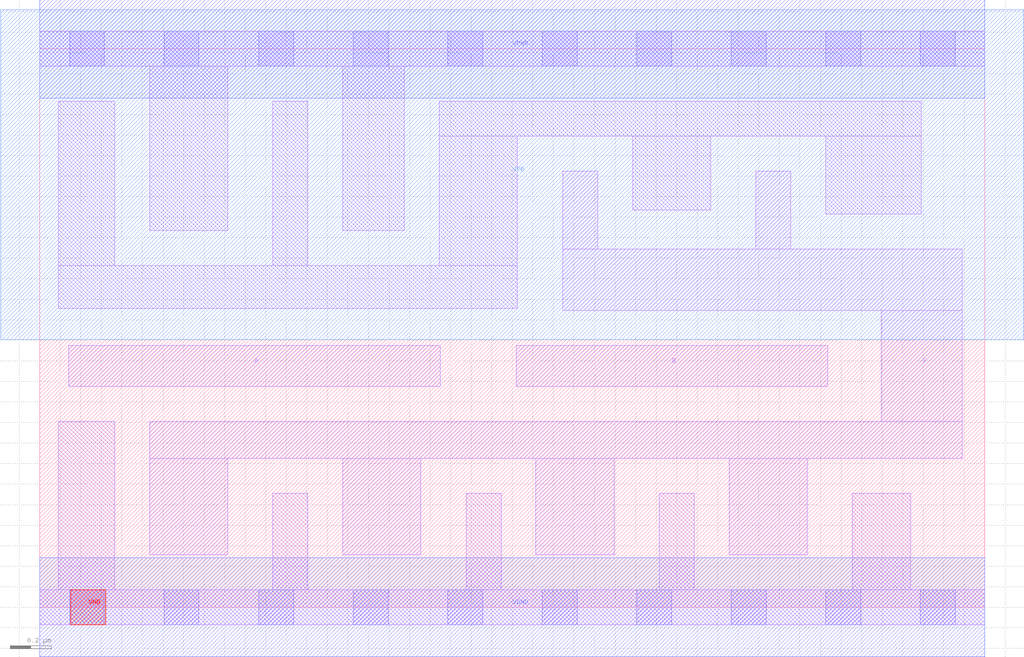
<source format=lef>
# Copyright 2020 The SkyWater PDK Authors
#
# Licensed under the Apache License, Version 2.0 (the "License");
# you may not use this file except in compliance with the License.
# You may obtain a copy of the License at
#
#     https://www.apache.org/licenses/LICENSE-2.0
#
# Unless required by applicable law or agreed to in writing, software
# distributed under the License is distributed on an "AS IS" BASIS,
# WITHOUT WARRANTIES OR CONDITIONS OF ANY KIND, either express or implied.
# See the License for the specific language governing permissions and
# limitations under the License.
#
# SPDX-License-Identifier: Apache-2.0

VERSION 5.7 ;
  NOWIREEXTENSIONATPIN ON ;
  DIVIDERCHAR "/" ;
  BUSBITCHARS "[]" ;
PROPERTYDEFINITIONS
  MACRO maskLayoutSubType STRING ;
  MACRO prCellType STRING ;
  MACRO originalViewName STRING ;
END PROPERTYDEFINITIONS
MACRO sky130_fd_sc_hdll__nor2_4
  CLASS CORE ;
  FOREIGN sky130_fd_sc_hdll__nor2_4 ;
  ORIGIN  0.000000  0.000000 ;
  SIZE  4.600000 BY  2.720000 ;
  SYMMETRY X Y R90 ;
  SITE unithd ;
  PIN A
    ANTENNAGATEAREA  1.110000 ;
    DIRECTION INPUT ;
    USE SIGNAL ;
    PORT
      LAYER li1 ;
        RECT 0.140000 1.075000 1.950000 1.275000 ;
    END
  END A
  PIN B
    ANTENNAGATEAREA  1.110000 ;
    DIRECTION INPUT ;
    USE SIGNAL ;
    PORT
      LAYER li1 ;
        RECT 2.320000 1.075000 3.835000 1.275000 ;
    END
  END B
  PIN VGND
    ANTENNADIFFAREA  0.942500 ;
    DIRECTION INOUT ;
    USE SIGNAL ;
    PORT
      LAYER met1 ;
        RECT 0.000000 -0.240000 4.600000 0.240000 ;
    END
  END VGND
  PIN VNB
    PORT
      LAYER pwell ;
        RECT 0.150000 -0.085000 0.320000 0.085000 ;
    END
  END VNB
  PIN VPB
    PORT
      LAYER nwell ;
        RECT -0.190000 1.305000 4.790000 2.910000 ;
    END
  END VPB
  PIN VPWR
    ANTENNADIFFAREA  0.580000 ;
    DIRECTION INOUT ;
    USE SIGNAL ;
    PORT
      LAYER met1 ;
        RECT 0.000000 2.480000 4.600000 2.960000 ;
    END
  END VPWR
  PIN Y
    ANTENNADIFFAREA  1.477000 ;
    DIRECTION OUTPUT ;
    USE SIGNAL ;
    PORT
      LAYER li1 ;
        RECT 0.535000 0.255000 0.915000 0.725000 ;
        RECT 0.535000 0.725000 4.490000 0.905000 ;
        RECT 1.475000 0.255000 1.855000 0.725000 ;
        RECT 2.415000 0.255000 2.795000 0.725000 ;
        RECT 2.545000 1.445000 4.490000 1.745000 ;
        RECT 2.545000 1.745000 2.715000 2.125000 ;
        RECT 3.355000 0.255000 3.735000 0.725000 ;
        RECT 3.485000 1.745000 3.655000 2.125000 ;
        RECT 4.095000 0.905000 4.490000 1.445000 ;
    END
  END Y
  OBS
    LAYER li1 ;
      RECT 0.000000 -0.085000 4.600000 0.085000 ;
      RECT 0.000000  2.635000 4.600000 2.805000 ;
      RECT 0.090000  0.085000 0.365000 0.905000 ;
      RECT 0.090000  1.455000 2.325000 1.665000 ;
      RECT 0.090000  1.665000 0.365000 2.465000 ;
      RECT 0.535000  1.835000 0.915000 2.635000 ;
      RECT 1.135000  0.085000 1.305000 0.555000 ;
      RECT 1.135000  1.665000 1.305000 2.465000 ;
      RECT 1.475000  1.835000 1.775000 2.635000 ;
      RECT 1.945000  1.665000 2.325000 2.295000 ;
      RECT 1.945000  2.295000 4.290000 2.465000 ;
      RECT 2.075000  0.085000 2.245000 0.555000 ;
      RECT 2.885000  1.935000 3.265000 2.295000 ;
      RECT 3.015000  0.085000 3.185000 0.555000 ;
      RECT 3.825000  1.915000 4.290000 2.295000 ;
      RECT 3.955000  0.085000 4.240000 0.555000 ;
    LAYER mcon ;
      RECT 0.145000 -0.085000 0.315000 0.085000 ;
      RECT 0.145000  2.635000 0.315000 2.805000 ;
      RECT 0.605000 -0.085000 0.775000 0.085000 ;
      RECT 0.605000  2.635000 0.775000 2.805000 ;
      RECT 1.065000 -0.085000 1.235000 0.085000 ;
      RECT 1.065000  2.635000 1.235000 2.805000 ;
      RECT 1.525000 -0.085000 1.695000 0.085000 ;
      RECT 1.525000  2.635000 1.695000 2.805000 ;
      RECT 1.985000 -0.085000 2.155000 0.085000 ;
      RECT 1.985000  2.635000 2.155000 2.805000 ;
      RECT 2.445000 -0.085000 2.615000 0.085000 ;
      RECT 2.445000  2.635000 2.615000 2.805000 ;
      RECT 2.905000 -0.085000 3.075000 0.085000 ;
      RECT 2.905000  2.635000 3.075000 2.805000 ;
      RECT 3.365000 -0.085000 3.535000 0.085000 ;
      RECT 3.365000  2.635000 3.535000 2.805000 ;
      RECT 3.825000 -0.085000 3.995000 0.085000 ;
      RECT 3.825000  2.635000 3.995000 2.805000 ;
      RECT 4.285000 -0.085000 4.455000 0.085000 ;
      RECT 4.285000  2.635000 4.455000 2.805000 ;
  END
  PROPERTY maskLayoutSubType "abstract" ;
  PROPERTY prCellType "standard" ;
  PROPERTY originalViewName "layout" ;
END sky130_fd_sc_hdll__nor2_4
END LIBRARY

</source>
